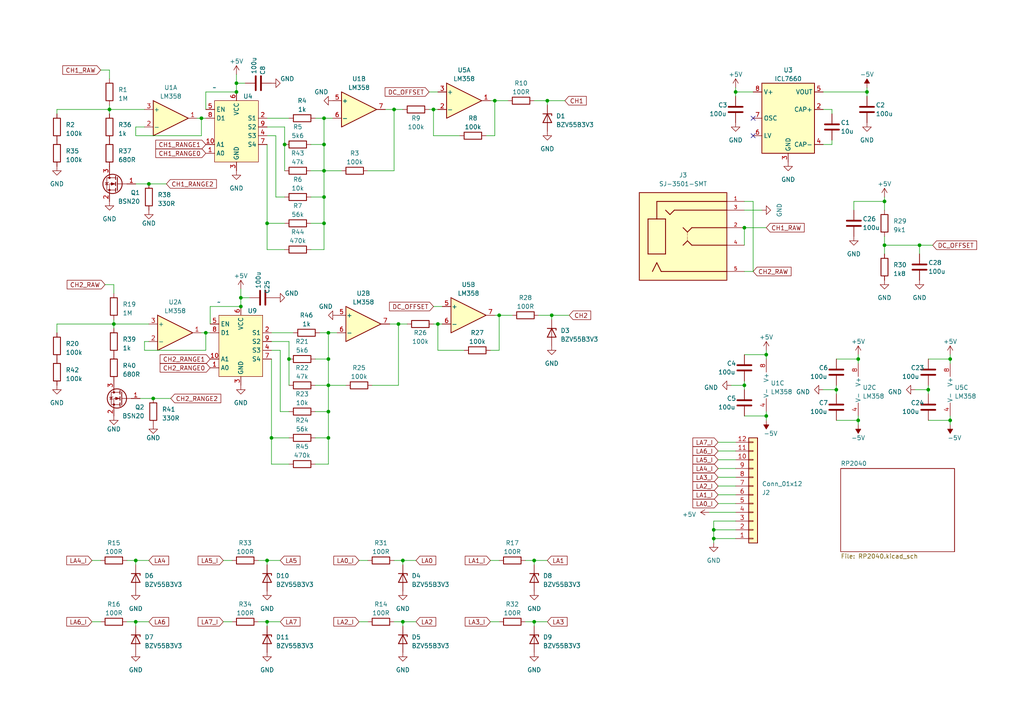
<source format=kicad_sch>
(kicad_sch (version 20230121) (generator eeschema)
  (paper "A4")
  (junction (at 39.37 162.56))
  (junction (at 93.98 41.91))
  (junction (at 93.98 64.77))
  (junction (at 77.47 180.34))
  (junction (at 93.98 49.53))
  (junction (at 242.57 113.03))
  (junction (at 58.42 34.29))
  (junction (at 114.3 31.75))
  (junction (at 116.84 162.56))
  (junction (at 78.74 127))
  (junction (at 83.82 104.14))
  (junction (at 266.7 71.12))
  (junction (at 39.37 180.34))
  (junction (at 82.55 41.91))
  (junction (at 33.02 93.98))
  (junction (at 125.73 31.75))
  (junction (at 154.94 180.34))
  (junction (at 256.54 58.42))
  (junction (at 127 93.98))
  (junction (at 95.25 104.14))
  (junction (at 115.57 93.98))
  (junction (at 69.85 88.9))
  (junction (at 275.59 121.92))
  (junction (at 256.54 71.12))
  (junction (at 44.45 115.57))
  (junction (at 207.01 156.21))
  (junction (at 144.78 91.44))
  (junction (at 59.69 96.52))
  (junction (at 95.25 119.38))
  (junction (at 158.75 29.21))
  (junction (at 116.84 180.34))
  (junction (at 251.46 26.67))
  (junction (at 68.58 24.13))
  (junction (at 43.18 53.34))
  (junction (at 77.47 162.56))
  (junction (at 95.25 111.76))
  (junction (at 207.01 153.67))
  (junction (at 275.59 104.14))
  (junction (at 215.9 66.04))
  (junction (at 143.51 29.21))
  (junction (at 248.92 121.92))
  (junction (at 213.36 26.67))
  (junction (at 95.25 127))
  (junction (at 93.98 57.15))
  (junction (at 222.25 102.87))
  (junction (at 154.94 162.56))
  (junction (at 95.25 96.52))
  (junction (at 69.85 86.36))
  (junction (at 160.02 91.44))
  (junction (at 31.75 31.75))
  (junction (at 269.24 113.03))
  (junction (at 215.9 111.76))
  (junction (at 68.58 26.67))
  (junction (at 248.92 104.14))
  (junction (at 222.25 120.65))
  (junction (at 77.47 64.77))
  (junction (at 93.98 34.29))
  (no_connect (at 218.44 34.29))
  (no_connect (at 218.44 39.37))
  (wire (pts (xy 59.69 34.29) (xy 58.42 34.29)))
  (wire (pts (xy 213.36 128.27) (xy 208.28 128.27)))
  (wire (pts (xy 64.77 162.56) (xy 67.31 162.56)))
  (wire (pts (xy 31.75 31.75) (xy 41.91 31.75)))
  (wire (pts (xy 256.54 58.42) (xy 256.54 60.96)))
  (wire (pts (xy 91.44 119.38) (xy 95.25 119.38)))
  (wire (pts (xy 95.25 134.62) (xy 95.25 127)))
  (wire (pts (xy 116.84 180.34) (xy 116.84 181.61)))
  (wire (pts (xy 251.46 26.67) (xy 251.46 27.94)))
  (wire (pts (xy 91.44 127) (xy 95.25 127)))
  (wire (pts (xy 213.36 133.35) (xy 208.28 133.35)))
  (wire (pts (xy 31.75 31.75) (xy 31.75 33.02)))
  (wire (pts (xy 100.33 111.76) (xy 95.25 111.76)))
  (wire (pts (xy 82.55 41.91) (xy 82.55 49.53)))
  (wire (pts (xy 93.98 41.91) (xy 93.98 49.53)))
  (wire (pts (xy 242.57 104.14) (xy 248.92 104.14)))
  (wire (pts (xy 16.51 93.98) (xy 33.02 93.98)))
  (wire (pts (xy 269.24 104.14) (xy 275.59 104.14)))
  (wire (pts (xy 143.51 29.21) (xy 142.24 29.21)))
  (wire (pts (xy 116.84 180.34) (xy 120.65 180.34)))
  (wire (pts (xy 215.9 66.04) (xy 222.25 66.04)))
  (wire (pts (xy 90.17 49.53) (xy 93.98 49.53)))
  (wire (pts (xy 77.47 180.34) (xy 77.47 181.61)))
  (wire (pts (xy 91.44 34.29) (xy 93.98 34.29)))
  (wire (pts (xy 213.36 146.05) (xy 208.28 146.05)))
  (wire (pts (xy 213.36 135.89) (xy 208.28 135.89)))
  (wire (pts (xy 134.62 101.6) (xy 127 101.6)))
  (wire (pts (xy 124.46 26.67) (xy 127 26.67)))
  (wire (pts (xy 71.12 24.13) (xy 68.58 24.13)))
  (wire (pts (xy 107.95 111.76) (xy 115.57 111.76)))
  (wire (pts (xy 77.47 41.91) (xy 77.47 64.77)))
  (wire (pts (xy 142.24 101.6) (xy 144.78 101.6)))
  (wire (pts (xy 39.37 39.37) (xy 58.42 39.37)))
  (wire (pts (xy 31.75 22.86) (xy 31.75 20.32)))
  (wire (pts (xy 39.37 36.83) (xy 39.37 39.37)))
  (wire (pts (xy 213.36 25.4) (xy 213.36 26.67)))
  (wire (pts (xy 242.57 121.92) (xy 248.92 121.92)))
  (wire (pts (xy 215.9 120.65) (xy 222.25 120.65)))
  (wire (pts (xy 154.94 162.56) (xy 158.75 162.56)))
  (wire (pts (xy 90.17 72.39) (xy 93.98 72.39)))
  (wire (pts (xy 256.54 71.12) (xy 266.7 71.12)))
  (wire (pts (xy 91.44 134.62) (xy 95.25 134.62)))
  (wire (pts (xy 152.4 162.56) (xy 154.94 162.56)))
  (wire (pts (xy 158.75 29.21) (xy 163.83 29.21)))
  (wire (pts (xy 158.75 29.21) (xy 158.75 30.48)))
  (wire (pts (xy 72.39 86.36) (xy 69.85 86.36)))
  (wire (pts (xy 207.01 156.21) (xy 213.36 156.21)))
  (wire (pts (xy 33.02 85.09) (xy 33.02 82.55)))
  (wire (pts (xy 44.45 115.57) (xy 49.53 115.57)))
  (wire (pts (xy 213.36 26.67) (xy 213.36 27.94)))
  (wire (pts (xy 92.71 96.52) (xy 95.25 96.52)))
  (wire (pts (xy 238.76 113.03) (xy 242.57 113.03)))
  (wire (pts (xy 80.01 57.15) (xy 82.55 57.15)))
  (wire (pts (xy 238.76 31.75) (xy 241.3 31.75)))
  (wire (pts (xy 40.64 115.57) (xy 44.45 115.57)))
  (wire (pts (xy 78.74 127) (xy 83.82 127)))
  (wire (pts (xy 74.93 180.34) (xy 77.47 180.34)))
  (wire (pts (xy 81.28 119.38) (xy 81.28 101.6)))
  (wire (pts (xy 269.24 113.03) (xy 269.24 111.76)))
  (wire (pts (xy 93.98 41.91) (xy 93.98 34.29)))
  (wire (pts (xy 213.36 130.81) (xy 208.28 130.81)))
  (wire (pts (xy 69.85 83.82) (xy 69.85 86.36)))
  (wire (pts (xy 93.98 49.53) (xy 99.06 49.53)))
  (wire (pts (xy 143.51 39.37) (xy 143.51 29.21)))
  (wire (pts (xy 69.85 86.36) (xy 69.85 88.9)))
  (wire (pts (xy 215.9 60.96) (xy 220.98 60.96)))
  (wire (pts (xy 124.46 31.75) (xy 125.73 31.75)))
  (wire (pts (xy 90.17 41.91) (xy 93.98 41.91)))
  (wire (pts (xy 125.73 93.98) (xy 127 93.98)))
  (wire (pts (xy 133.35 39.37) (xy 125.73 39.37)))
  (wire (pts (xy 154.94 162.56) (xy 154.94 163.83)))
  (wire (pts (xy 41.91 99.06) (xy 43.18 99.06)))
  (wire (pts (xy 207.01 156.21) (xy 207.01 157.48)))
  (wire (pts (xy 39.37 180.34) (xy 43.18 180.34)))
  (wire (pts (xy 78.74 101.6) (xy 81.28 101.6)))
  (wire (pts (xy 218.44 78.74) (xy 218.44 58.42)))
  (wire (pts (xy 83.82 134.62) (xy 78.74 134.62)))
  (wire (pts (xy 127 101.6) (xy 127 93.98)))
  (wire (pts (xy 60.96 93.98) (xy 60.96 88.9)))
  (wire (pts (xy 207.01 153.67) (xy 213.36 153.67)))
  (wire (pts (xy 215.9 102.87) (xy 222.25 102.87)))
  (wire (pts (xy 125.73 88.9) (xy 128.27 88.9)))
  (wire (pts (xy 68.58 24.13) (xy 68.58 26.67)))
  (wire (pts (xy 91.44 111.76) (xy 95.25 111.76)))
  (wire (pts (xy 93.98 49.53) (xy 93.98 57.15)))
  (wire (pts (xy 74.93 162.56) (xy 77.47 162.56)))
  (wire (pts (xy 77.47 36.83) (xy 82.55 36.83)))
  (wire (pts (xy 154.94 180.34) (xy 158.75 180.34)))
  (wire (pts (xy 77.47 180.34) (xy 81.28 180.34)))
  (wire (pts (xy 265.43 113.03) (xy 269.24 113.03)))
  (wire (pts (xy 114.3 31.75) (xy 116.84 31.75)))
  (wire (pts (xy 116.84 162.56) (xy 120.65 162.56)))
  (wire (pts (xy 269.24 113.03) (xy 269.24 114.3)))
  (wire (pts (xy 82.55 36.83) (xy 82.55 41.91)))
  (wire (pts (xy 77.47 34.29) (xy 83.82 34.29)))
  (wire (pts (xy 222.25 101.6) (xy 222.25 102.87)))
  (wire (pts (xy 39.37 53.34) (xy 43.18 53.34)))
  (wire (pts (xy 77.47 162.56) (xy 77.47 163.83)))
  (wire (pts (xy 95.25 104.14) (xy 95.25 111.76)))
  (wire (pts (xy 115.57 93.98) (xy 118.11 93.98)))
  (wire (pts (xy 160.02 91.44) (xy 165.1 91.44)))
  (wire (pts (xy 144.78 101.6) (xy 144.78 91.44)))
  (wire (pts (xy 218.44 58.42) (xy 215.9 58.42)))
  (wire (pts (xy 213.36 138.43) (xy 208.28 138.43)))
  (wire (pts (xy 275.59 104.14) (xy 275.59 105.41)))
  (wire (pts (xy 26.67 162.56) (xy 29.21 162.56)))
  (wire (pts (xy 93.98 64.77) (xy 93.98 57.15)))
  (wire (pts (xy 33.02 92.71) (xy 33.02 93.98)))
  (wire (pts (xy 218.44 78.74) (xy 215.9 78.74)))
  (wire (pts (xy 248.92 102.87) (xy 248.92 104.14)))
  (wire (pts (xy 238.76 26.67) (xy 251.46 26.67)))
  (wire (pts (xy 95.25 127) (xy 95.25 119.38)))
  (wire (pts (xy 90.17 64.77) (xy 93.98 64.77)))
  (wire (pts (xy 156.21 91.44) (xy 160.02 91.44)))
  (wire (pts (xy 59.69 96.52) (xy 58.42 96.52)))
  (wire (pts (xy 33.02 93.98) (xy 33.02 95.25)))
  (wire (pts (xy 256.54 68.58) (xy 256.54 71.12)))
  (wire (pts (xy 142.24 180.34) (xy 144.78 180.34)))
  (wire (pts (xy 222.25 102.87) (xy 222.25 104.14)))
  (wire (pts (xy 83.82 99.06) (xy 83.82 104.14)))
  (wire (pts (xy 275.59 121.92) (xy 275.59 123.19)))
  (wire (pts (xy 207.01 151.13) (xy 207.01 153.67)))
  (wire (pts (xy 80.01 39.37) (xy 80.01 57.15)))
  (wire (pts (xy 78.74 127) (xy 78.74 134.62)))
  (wire (pts (xy 95.25 104.14) (xy 95.25 96.52)))
  (wire (pts (xy 213.36 26.67) (xy 218.44 26.67)))
  (wire (pts (xy 39.37 162.56) (xy 43.18 162.56)))
  (wire (pts (xy 115.57 111.76) (xy 115.57 93.98)))
  (wire (pts (xy 77.47 64.77) (xy 82.55 64.77)))
  (wire (pts (xy 160.02 91.44) (xy 160.02 92.71)))
  (wire (pts (xy 144.78 91.44) (xy 143.51 91.44)))
  (wire (pts (xy 222.25 121.92) (xy 222.25 120.65)))
  (wire (pts (xy 95.25 119.38) (xy 95.25 111.76)))
  (wire (pts (xy 248.92 121.92) (xy 248.92 120.65)))
  (wire (pts (xy 90.17 57.15) (xy 93.98 57.15)))
  (wire (pts (xy 16.51 31.75) (xy 16.51 33.02)))
  (wire (pts (xy 80.01 39.37) (xy 77.47 39.37)))
  (wire (pts (xy 83.82 104.14) (xy 83.82 111.76)))
  (wire (pts (xy 242.57 113.03) (xy 242.57 114.3)))
  (wire (pts (xy 269.24 121.92) (xy 275.59 121.92)))
  (wire (pts (xy 215.9 111.76) (xy 215.9 110.49)))
  (wire (pts (xy 207.01 153.67) (xy 207.01 156.21)))
  (wire (pts (xy 207.01 151.13) (xy 213.36 151.13)))
  (wire (pts (xy 116.84 162.56) (xy 116.84 163.83)))
  (wire (pts (xy 222.25 120.65) (xy 222.25 119.38)))
  (wire (pts (xy 26.67 180.34) (xy 29.21 180.34)))
  (wire (pts (xy 212.09 111.76) (xy 215.9 111.76)))
  (wire (pts (xy 140.97 39.37) (xy 143.51 39.37)))
  (wire (pts (xy 241.3 40.64) (xy 241.3 41.91)))
  (wire (pts (xy 78.74 96.52) (xy 85.09 96.52)))
  (wire (pts (xy 256.54 57.15) (xy 256.54 58.42)))
  (wire (pts (xy 33.02 93.98) (xy 43.18 93.98)))
  (wire (pts (xy 36.83 180.34) (xy 39.37 180.34)))
  (wire (pts (xy 91.44 104.14) (xy 95.25 104.14)))
  (wire (pts (xy 31.75 20.32) (xy 29.21 20.32)))
  (wire (pts (xy 39.37 180.34) (xy 39.37 181.61)))
  (wire (pts (xy 59.69 31.75) (xy 59.69 26.67)))
  (wire (pts (xy 144.78 91.44) (xy 148.59 91.44)))
  (wire (pts (xy 143.51 29.21) (xy 147.32 29.21)))
  (wire (pts (xy 59.69 26.67) (xy 68.58 26.67)))
  (wire (pts (xy 58.42 34.29) (xy 57.15 34.29)))
  (wire (pts (xy 77.47 162.56) (xy 81.28 162.56)))
  (wire (pts (xy 60.96 88.9) (xy 69.85 88.9)))
  (wire (pts (xy 58.42 39.37) (xy 58.42 34.29)))
  (wire (pts (xy 154.94 180.34) (xy 154.94 181.61)))
  (wire (pts (xy 16.51 31.75) (xy 31.75 31.75)))
  (wire (pts (xy 205.74 148.59) (xy 213.36 148.59)))
  (wire (pts (xy 247.65 58.42) (xy 256.54 58.42)))
  (wire (pts (xy 16.51 93.98) (xy 16.51 96.52)))
  (wire (pts (xy 106.68 49.53) (xy 114.3 49.53)))
  (wire (pts (xy 93.98 72.39) (xy 93.98 64.77)))
  (wire (pts (xy 78.74 104.14) (xy 78.74 127)))
  (wire (pts (xy 39.37 162.56) (xy 39.37 163.83)))
  (wire (pts (xy 81.28 119.38) (xy 83.82 119.38)))
  (wire (pts (xy 33.02 82.55) (xy 30.48 82.55)))
  (wire (pts (xy 77.47 72.39) (xy 77.47 64.77)))
  (wire (pts (xy 104.14 162.56) (xy 106.68 162.56)))
  (wire (pts (xy 215.9 66.04) (xy 215.9 71.12)))
  (wire (pts (xy 275.59 102.87) (xy 275.59 104.14)))
  (wire (pts (xy 93.98 34.29) (xy 96.52 34.29)))
  (wire (pts (xy 242.57 113.03) (xy 242.57 111.76)))
  (wire (pts (xy 125.73 31.75) (xy 127 31.75)))
  (wire (pts (xy 78.74 99.06) (xy 83.82 99.06)))
  (wire (pts (xy 31.75 30.48) (xy 31.75 31.75)))
  (wire (pts (xy 68.58 21.59) (xy 68.58 24.13)))
  (wire (pts (xy 215.9 111.76) (xy 215.9 113.03)))
  (wire (pts (xy 95.25 96.52) (xy 97.79 96.52)))
  (wire (pts (xy 275.59 120.65) (xy 275.59 121.92)))
  (wire (pts (xy 127 93.98) (xy 128.27 93.98)))
  (wire (pts (xy 125.73 39.37) (xy 125.73 31.75)))
  (wire (pts (xy 114.3 49.53) (xy 114.3 31.75)))
  (wire (pts (xy 241.3 31.75) (xy 241.3 33.02)))
  (wire (pts (xy 115.57 93.98) (xy 113.03 93.98)))
  (wire (pts (xy 59.69 101.6) (xy 59.69 96.52)))
  (wire (pts (xy 266.7 71.12) (xy 266.7 73.66)))
  (wire (pts (xy 82.55 72.39) (xy 77.47 72.39)))
  (wire (pts (xy 213.36 140.97) (xy 208.28 140.97)))
  (wire (pts (xy 248.92 104.14) (xy 248.92 105.41)))
  (wire (pts (xy 213.36 143.51) (xy 208.28 143.51)))
  (wire (pts (xy 36.83 162.56) (xy 39.37 162.56)))
  (wire (pts (xy 152.4 180.34) (xy 154.94 180.34)))
  (wire (pts (xy 114.3 162.56) (xy 116.84 162.56)))
  (wire (pts (xy 154.94 29.21) (xy 158.75 29.21)))
  (wire (pts (xy 43.18 53.34) (xy 48.26 53.34)))
  (wire (pts (xy 41.91 99.06) (xy 41.91 101.6)))
  (wire (pts (xy 114.3 31.75) (xy 111.76 31.75)))
  (wire (pts (xy 114.3 180.34) (xy 116.84 180.34)))
  (wire (pts (xy 241.3 41.91) (xy 238.76 41.91)))
  (wire (pts (xy 64.77 180.34) (xy 67.31 180.34)))
  (wire (pts (xy 104.14 180.34) (xy 106.68 180.34)))
  (wire (pts (xy 248.92 123.19) (xy 248.92 121.92)))
  (wire (pts (xy 41.91 101.6) (xy 59.69 101.6)))
  (wire (pts (xy 41.91 36.83) (xy 39.37 36.83)))
  (wire (pts (xy 266.7 71.12) (xy 270.51 71.12)))
  (wire (pts (xy 256.54 71.12) (xy 256.54 73.66)))
  (wire (pts (xy 60.96 96.52) (xy 59.69 96.52)))
  (wire (pts (xy 247.65 60.96) (xy 247.65 58.42)))
  (wire (pts (xy 251.46 26.67) (xy 251.46 25.4)))
  (wire (pts (xy 142.24 162.56) (xy 144.78 162.56)))
  (global_label "CH2_RANGE0" (shape input) (at 60.96 106.68 180) (property "Intersheetrefs" "${INTERSHEET_REFS}" (effects hide)))
  (global_label "LA0_I" (shape input) (at 208.28 146.05 180) (property "Intersheetrefs" "${INTERSHEET_REFS}" (effects hide)))
  (global_label "CH2" (shape input) (at 165.1 91.44 0) (property "Intersheetrefs" "${INTERSHEET_REFS}" (effects hide)))
  (global_label "LA3_I" (shape input) (at 208.28 138.43 180) (property "Intersheetrefs" "${INTERSHEET_REFS}" (effects hide)))
  (global_label "LA7_I" (shape input) (at 64.77 180.34 180) (property "Intersheetrefs" "${INTERSHEET_REFS}" (effects hide)))
  (global_label "CH2_RANGE2" (shape input) (at 49.53 115.57 0) (property "Intersheetrefs" "${INTERSHEET_REFS}" (effects hide)))
  (global_label "LA2_I" (shape input) (at 104.14 180.34 180) (property "Intersheetrefs" "${INTERSHEET_REFS}" (effects hide)))
  (global_label "LA4" (shape input) (at 43.18 162.56 0) (property "Intersheetrefs" "${INTERSHEET_REFS}" (effects hide)))
  (global_label "LA1" (shape input) (at 158.75 162.56 0) (property "Intersheetrefs" "${INTERSHEET_REFS}" (effects hide)))
  (global_label "CH1_RAW" (shape input) (at 29.21 20.32 180) (property "Intersheetrefs" "${INTERSHEET_REFS}" (effects hide)))
  (global_label "LA6" (shape input) (at 43.18 180.34 0) (property "Intersheetrefs" "${INTERSHEET_REFS}" (effects hide)))
  (global_label "LA4_I" (shape input) (at 26.67 162.56 180) (property "Intersheetrefs" "${INTERSHEET_REFS}" (effects hide)))
  (global_label "LA5" (shape input) (at 81.28 162.56 0) (property "Intersheetrefs" "${INTERSHEET_REFS}" (effects hide)))
  (global_label "DC_OFFSET" (shape input) (at 124.46 26.67 180) (property "Intersheetrefs" "${INTERSHEET_REFS}" (effects hide)))
  (global_label "CH2_RAW" (shape input) (at 218.44 78.74 0) (property "Intersheetrefs" "${INTERSHEET_REFS}" (effects hide)))
  (global_label "CH2_RAW" (shape input) (at 30.48 82.55 180) (property "Intersheetrefs" "${INTERSHEET_REFS}" (effects hide)))
  (global_label "LA5_I" (shape input) (at 208.28 133.35 180) (property "Intersheetrefs" "${INTERSHEET_REFS}" (effects hide)))
  (global_label "LA6_I" (shape input) (at 208.28 130.81 180) (property "Intersheetrefs" "${INTERSHEET_REFS}" (effects hide)))
  (global_label "LA5_I" (shape input) (at 64.77 162.56 180) (property "Intersheetrefs" "${INTERSHEET_REFS}" (effects hide)))
  (global_label "CH1_RANGE0" (shape input) (at 59.69 44.45 180) (property "Intersheetrefs" "${INTERSHEET_REFS}" (effects hide)))
  (global_label "LA0_I" (shape input) (at 104.14 162.56 180) (property "Intersheetrefs" "${INTERSHEET_REFS}" (effects hide)))
  (global_label "CH2_RANGE1" (shape input) (at 60.96 104.14 180) (property "Intersheetrefs" "${INTERSHEET_REFS}" (effects hide)))
  (global_label "LA3_I" (shape input) (at 142.24 180.34 180) (property "Intersheetrefs" "${INTERSHEET_REFS}" (effects hide)))
  (global_label "DC_OFFSET" (shape input) (at 270.51 71.12 0) (property "Intersheetrefs" "${INTERSHEET_REFS}" (effects hide)))
  (global_label "DC_OFFSET" (shape input) (at 125.73 88.9 180) (property "Intersheetrefs" "${INTERSHEET_REFS}" (effects hide)))
  (global_label "LA2" (shape input) (at 120.65 180.34 0) (property "Intersheetrefs" "${INTERSHEET_REFS}" (effects hide)))
  (global_label "CH1_RANGE2" (shape input) (at 48.26 53.34 0) (property "Intersheetrefs" "${INTERSHEET_REFS}" (effects hide)))
  (global_label "CH1_RAW" (shape input) (at 222.25 66.04 0) (property "Intersheetrefs" "${INTERSHEET_REFS}" (effects hide)))
  (global_label "LA0" (shape input) (at 120.65 162.56 0) (property "Intersheetrefs" "${INTERSHEET_REFS}" (effects hide)))
  (global_label "LA6_I" (shape input) (at 26.67 180.34 180) (property "Intersheetrefs" "${INTERSHEET_REFS}" (effects hide)))
  (global_label "LA1_I" (shape input) (at 142.24 162.56 180) (property "Intersheetrefs" "${INTERSHEET_REFS}" (effects hide)))
  (global_label "CH1" (shape input) (at 163.83 29.21 0) (property "Intersheetrefs" "${INTERSHEET_REFS}" (effects hide)))
  (global_label "LA7" (shape input) (at 81.28 180.34 0) (property "Intersheetrefs" "${INTERSHEET_REFS}" (effects hide)))
  (global_label "CH1_RANGE1" (shape input) (at 59.69 41.91 180) (property "Intersheetrefs" "${INTERSHEET_REFS}" (effects hide)))
  (global_label "LA4_I" (shape input) (at 208.28 135.89 180) (property "Intersheetrefs" "${INTERSHEET_REFS}" (effects hide)))
  (global_label "LA1_I" (shape input) (at 208.28 143.51 180) (property "Intersheetrefs" "${INTERSHEET_REFS}" (effects hide)))
  (global_label "LA3" (shape input) (at 158.75 180.34 0) (property "Intersheetrefs" "${INTERSHEET_REFS}" (effects hide)))
  (global_label "LA2_I" (shape input) (at 208.28 140.97 180) (property "Intersheetrefs" "${INTERSHEET_REFS}" (effects hide)))
  (global_label "LA7_I" (shape input) (at 208.28 128.27 180) (property "Intersheetrefs" "${INTERSHEET_REFS}" (effects hide)))
  (symbol (lib_id "power:+5V") (at 222.25 101.6 0) (unit 1)
    (property "Reference" "#PWR03" (effects hide))
    (property "Value" "+5V" (at 222.25 97.79 0))
  )
  (symbol (lib_id "power:GND") (at 80.01 86.36 90) (unit 1)
    (property "Reference" "#PWR024" (effects hide))
    (property "Value" "GND" (at 82.55 85.09 90) (effects (justify right)))
  )
  (symbol (lib_id "Device:R") (at 110.49 180.34 90) (unit 1)
    (property "Reference" "R14" (at 110.49 175.26 90))
    (property "Value" "100R" (at 110.49 177.8 90))
    (property "Footprint" "Resistor_SMD:R_0805_2012Metric_Pad1.20x1.40mm_HandSolder" (effects hide))
  )
  (symbol (lib_id "power:GND") (at 31.75 58.42 0) (unit 1)
    (property "Reference" "#PWR046" (effects hide))
    (property "Value" "GND" (at 31.75 63.5 0))
  )
  (symbol (lib_id "power:GND") (at 256.54 81.28 0) (unit 1)
    (property "Reference" "#PWR028" (effects hide))
    (property "Value" "GND" (at 256.54 86.36 0))
  )
  (symbol (lib_id "Amplifier_Operational:LM358") (at 50.8 96.52 0) (unit 1)
    (property "Reference" "U2" (at 50.8 87.63 0))
    (property "Value" "LM358" (at 50.8 90.17 0))
    (property "Footprint" "Package_SO:SOIC-8_3.9x4.9mm_P1.27mm" (effects hide))
    (property "Datasheet" "http://www.ti.com/lit/ds/symlink/lm2904-n.pdf" (effects hide))
  )
  (symbol (lib_id "power:GND") (at 69.85 111.76 0) (unit 1)
    (property "Reference" "#PWR023" (effects hide))
    (property "Value" "GND" (at 69.85 116.84 0))
  )
  (symbol (lib_id "Device:R") (at 86.36 49.53 90) (unit 1)
    (property "Reference" "R43" (at 86.36 44.45 90))
    (property "Value" "47k" (at 86.36 46.99 90))
    (property "Footprint" "Resistor_SMD:R_0805_2012Metric_Pad1.20x1.40mm_HandSolder" (effects hide))
  )
  (symbol (lib_id "Amplifier_Operational:LM358") (at 105.41 93.98 0) (unit 2)
    (property "Reference" "U2" (at 105.41 85.09 0))
    (property "Value" "LM358" (at 105.41 87.63 0))
    (property "Footprint" "Package_SO:SOIC-8_3.9x4.9mm_P1.27mm" (effects hide))
    (property "Datasheet" "http://www.ti.com/lit/ds/symlink/lm2904-n.pdf" (effects hide))
  )
  (symbol (lib_id "Device:C") (at 269.24 118.11 0) (unit 1)
    (property "Reference" "C24" (at 264.16 116.84 0) (effects (justify left)))
    (property "Value" "100u" (at 261.62 119.38 0) (effects (justify left)))
    (property "Footprint" "Capacitor_SMD:C_0805_2012Metric_Pad1.18x1.45mm_HandSolder" (effects hide))
  )
  (symbol (lib_id "Device:C") (at 76.2 86.36 270) (unit 1)
    (property "Reference" "C25" (at 77.47 81.28 0) (effects (justify left)))
    (property "Value" "100u" (at 74.93 78.74 0) (effects (justify left)))
    (property "Footprint" "Capacitor_SMD:C_0805_2012Metric_Pad1.18x1.45mm_HandSolder" (effects hide))
  )
  (symbol (lib_id "power:GND") (at 44.45 123.19 0) (unit 1)
    (property "Reference" "#PWR049" (effects hide))
    (property "Value" "GND" (at 44.45 127 0))
  )
  (symbol (lib_id "Device:R") (at 256.54 77.47 180) (unit 1)
    (property "Reference" "R30" (at 259.08 76.835 0) (effects (justify right)))
    (property "Value" "1k8" (at 259.08 79.375 0) (effects (justify right)))
    (property "Footprint" "Resistor_SMD:R_0805_2012Metric_Pad1.20x1.40mm_HandSolder" (effects hide))
  )
  (symbol (lib_id "Device:R") (at 16.51 107.95 0) (unit 1)
    (property "Reference" "R42" (at 19.05 107.315 0) (effects (justify left)))
    (property "Value" "100k" (at 19.05 109.855 0) (effects (justify left)))
    (property "Footprint" "Resistor_SMD:R_0805_2012Metric_Pad1.20x1.40mm_HandSolder" (effects hide))
  )
  (symbol (lib_id "Device:C") (at 241.3 36.83 0) (unit 1)
    (property "Reference" "C1" (at 243.84 35.56 0) (effects (justify left)))
    (property "Value" "10u" (at 243.84 38.1 0) (effects (justify left)))
    (property "Footprint" "Capacitor_SMD:C_0805_2012Metric_Pad1.18x1.45mm_HandSolder" (effects hide))
  )
  (symbol (lib_id "power:GND") (at 207.01 157.48 0) (unit 1)
    (property "Reference" "#PWR044" (effects hide))
    (property "Value" "GND" (at 207.01 162.56 0))
  )
  (symbol (lib_id "power:GND") (at 265.43 113.03 270) (unit 1)
    (property "Reference" "#PWR018" (effects hide))
    (property "Value" "GND" (at 261.62 113.665 90) (effects (justify right)))
  )
  (symbol (lib_id "Amplifier_Operational:LM358") (at 104.14 31.75 0) (unit 2)
    (property "Reference" "U1" (at 104.14 22.86 0))
    (property "Value" "LM358" (at 104.14 25.4 0))
    (property "Footprint" "Package_SO:SOIC-8_3.9x4.9mm_P1.27mm" (effects hide))
    (property "Datasheet" "http://www.ti.com/lit/ds/symlink/lm2904-n.pdf" (effects hide))
  )
  (symbol (lib_id "Device:R") (at 16.51 100.33 0) (unit 1)
    (property "Reference" "R20" (at 19.05 99.695 0) (effects (justify left)))
    (property "Value" "100k" (at 19.05 102.235 0) (effects (justify left)))
    (property "Footprint" "Resistor_SMD:R_0805_2012Metric_Pad1.20x1.40mm_HandSolder" (effects hide))
  )
  (symbol (lib_id "power:GND") (at 251.46 35.56 0) (unit 1)
    (property "Reference" "#PWR09" (effects hide))
    (property "Value" "GND" (at 251.46 40.64 0))
  )
  (symbol (lib_id "Device:R") (at 121.92 93.98 90) (unit 1)
    (property "Reference" "R26" (at 121.92 96.52 90))
    (property "Value" "100k" (at 121.92 99.06 90))
    (property "Footprint" "Resistor_SMD:R_0805_2012Metric_Pad1.20x1.40mm_HandSolder" (effects hide))
  )
  (symbol (lib_id "power:GND") (at 39.37 189.23 0) (unit 1)
    (property "Reference" "#PWR039" (effects hide))
    (property "Value" "GND" (at 39.37 194.31 0))
  )
  (symbol (lib_id "Device:R") (at 86.36 64.77 90) (unit 1)
    (property "Reference" "R7" (at 86.36 59.69 90))
    (property "Value" "56k" (at 86.36 62.23 90))
    (property "Footprint" "Resistor_SMD:R_0805_2012Metric_Pad1.20x1.40mm_HandSolder" (effects hide))
  )
  (symbol (lib_id "power:GND") (at 43.18 60.96 0) (unit 1)
    (property "Reference" "#PWR047" (effects hide))
    (property "Value" "GND" (at 43.18 64.77 0))
  )
  (symbol (lib_id "Device:R") (at 87.63 127 90) (unit 1)
    (property "Reference" "R24" (at 87.63 121.92 90))
    (property "Value" "56k" (at 87.63 124.46 90))
    (property "Footprint" "Resistor_SMD:R_0805_2012Metric_Pad1.20x1.40mm_HandSolder" (effects hide))
  )
  (symbol (lib_id "power:GND") (at 212.09 111.76 270) (unit 1)
    (property "Reference" "#PWR011" (effects hide))
    (property "Value" "GND" (at 208.28 112.395 90) (effects (justify right)))
  )
  (symbol (lib_id "Transistor_FET:BSN20") (at 34.29 53.34 0) (mirror y) (unit 1)
    (property "Reference" "Q1" (at 40.64 55.88 0) (effects (justify left)))
    (property "Value" "BSN20" (at 40.64 58.42 0) (effects (justify left)))
    (property "Footprint" "Package_TO_SOT_SMD:SOT-23" (effects hide))
    (property "Datasheet" "http://www.diodes.com/assets/Datasheets/ds31898.pdf" (effects hide))
  )
  (symbol (lib_id "power:GND") (at 77.47 171.45 0) (unit 1)
    (property "Reference" "#PWR042" (effects hide))
    (property "Value" "GND" (at 77.47 176.53 0))
  )
  (symbol (lib_id "Device:R") (at 33.02 180.34 90) (unit 1)
    (property "Reference" "R16" (at 33.02 175.26 90))
    (property "Value" "100R" (at 33.02 177.8 90))
    (property "Footprint" "Resistor_SMD:R_0805_2012Metric_Pad1.20x1.40mm_HandSolder" (effects hide))
  )
  (symbol (lib_id "Device:C") (at 74.93 24.13 270) (unit 1)
    (property "Reference" "C8" (at 76.2 19.05 0) (effects (justify left)))
    (property "Value" "100u" (at 73.66 16.51 0) (effects (justify left)))
    (property "Footprint" "Capacitor_SMD:C_0805_2012Metric_Pad1.18x1.45mm_HandSolder" (effects hide))
  )
  (symbol (lib_id "Diode:BZV55B3V3") (at 116.84 185.42 270) (unit 1)
    (property "Reference" "D5" (at 119.38 184.785 90) (effects (justify left)))
    (property "Value" "BZV55B3V3" (at 119.38 187.325 90) (effects (justify left)))
    (property "Footprint" "Diode_SMD:D_MiniMELF" (effects hide))
    (property "Datasheet" "https://assets.nexperia.com/documents/data-sheet/BZV55_SER.pdf" (effects hide))
  )
  (symbol (lib_id "Device:R") (at 31.75 44.45 0) (unit 1)
    (property "Reference" "R37" (at 34.29 43.815 0) (effects (justify left)))
    (property "Value" "680R" (at 34.29 46.355 0) (effects (justify left)))
    (property "Footprint" "Resistor_SMD:R_0805_2012Metric_Pad1.20x1.40mm_HandSolder" (effects hide))
  )
  (symbol (lib_id "power:GND") (at 16.51 48.26 0) (unit 1)
    (property "Reference" "#PWR05" (effects hide))
    (property "Value" "GND" (at 16.51 53.34 0))
  )
  (symbol (lib_id "power:GND") (at 39.37 171.45 0) (unit 1)
    (property "Reference" "#PWR038" (effects hide))
    (property "Value" "GND" (at 39.37 176.53 0))
  )
  (symbol (lib_id "power:+5V") (at 205.74 148.59 90) (unit 1)
    (property "Reference" "#PWR045" (effects hide))
    (property "Value" "+5V" (at 201.93 149.225 90) (effects (justify left)))
  )
  (symbol (lib_id "power:GND") (at 96.52 29.21 270) (unit 1)
    (property "Reference" "#PWR016" (effects hide))
    (property "Value" "GND" (at 95.25 26.67 90) (effects (justify right)))
  )
  (symbol (lib_id "Device:R") (at 104.14 111.76 90) (unit 1)
    (property "Reference" "R25" (at 104.14 106.68 90))
    (property "Value" "100k" (at 104.14 109.22 90))
    (property "Footprint" "Resistor_SMD:R_0805_2012Metric_Pad1.20x1.40mm_HandSolder" (effects hide))
  )
  (symbol (lib_id "power:GND") (at 228.6 46.99 0) (unit 1)
    (property "Reference" "#PWR06" (effects hide))
    (property "Value" "GND" (at 228.6 52.07 0))
  )
  (symbol (lib_id "Device:R") (at 87.63 111.76 90) (unit 1)
    (property "Reference" "R22" (at 87.63 106.68 90))
    (property "Value" "47k" (at 87.63 109.22 90))
    (property "Footprint" "Resistor_SMD:R_0805_2012Metric_Pad1.20x1.40mm_HandSolder" (effects hide))
  )
  (symbol (lib_id "Device:R") (at 16.51 44.45 0) (unit 1)
    (property "Reference" "R35" (at 19.05 43.815 0) (effects (justify left)))
    (property "Value" "100k" (at 19.05 46.355 0) (effects (justify left)))
    (property "Footprint" "Resistor_SMD:R_0805_2012Metric_Pad1.20x1.40mm_HandSolder" (effects hide))
  )
  (symbol (lib_id "power:-5V") (at 275.59 123.19 180) (unit 1)
    (property "Reference" "#PWR019" (effects hide))
    (property "Value" "-5V" (at 276.86 127 0))
  )
  (symbol (lib_id "Amplifier_Operational:LM358") (at 134.62 29.21 0) (unit 1)
    (property "Reference" "U5" (at 134.62 20.32 0))
    (property "Value" "LM358" (at 134.62 22.86 0))
    (property "Footprint" "Package_SO:SOIC-8_3.9x4.9mm_P1.27mm" (effects hide))
    (property "Datasheet" "http://www.ti.com/lit/ds/symlink/lm2904-n.pdf" (effects hide))
  )
  (symbol (lib_id "power:GND") (at 160.02 100.33 0) (unit 1)
    (property "Reference" "#PWR026" (effects hide))
    (property "Value" "GND" (at 160.02 105.41 0))
  )
  (symbol (lib_id "Device:R") (at 138.43 101.6 90) (unit 1)
    (property "Reference" "R27" (at 138.43 96.52 90))
    (property "Value" "100k" (at 138.43 99.06 90))
    (property "Footprint" "Resistor_SMD:R_0805_2012Metric_Pad1.20x1.40mm_HandSolder" (effects hide))
  )
  (symbol (lib_id "power:GND") (at 16.51 111.76 0) (unit 1)
    (property "Reference" "#PWR050" (effects hide))
    (property "Value" "GND" (at 16.51 116.84 0))
  )
  (symbol (lib_id "Device:R") (at 120.65 31.75 90) (unit 1)
    (property "Reference" "R9" (at 120.65 34.29 90))
    (property "Value" "100k" (at 120.65 36.83 90))
    (property "Footprint" "Resistor_SMD:R_0805_2012Metric_Pad1.20x1.40mm_HandSolder" (effects hide))
  )
  (symbol (lib_id "power:GND") (at 77.47 189.23 0) (unit 1)
    (property "Reference" "#PWR043" (effects hide))
    (property "Value" "GND" (at 77.47 194.31 0))
  )
  (symbol (lib_id "Amplifier_Operational:LM358") (at 224.79 111.76 0) (unit 3)
    (property "Reference" "U1" (at 223.52 111.125 0) (effects (justify left)))
    (property "Value" "LM358" (at 223.52 113.665 0) (effects (justify left)))
    (property "Footprint" "Package_SO:SOIC-8_3.9x4.9mm_P1.27mm" (effects hide))
    (property "Datasheet" "http://www.ti.com/lit/ds/symlink/lm2904-n.pdf" (effects hide))
  )
  (symbol (lib_id "Device:R") (at 44.45 119.38 0) (unit 1)
    (property "Reference" "R41" (at 46.99 118.745 0) (effects (justify left)))
    (property "Value" "330R" (at 46.99 121.285 0) (effects (justify left)))
    (property "Footprint" "Resistor_SMD:R_0805_2012Metric_Pad1.20x1.40mm_HandSolder" (effects hide))
  )
  (symbol (lib_id "Amplifier_Operational:LM358") (at 278.13 113.03 0) (unit 3)
    (property "Reference" "U5" (at 276.86 112.395 0) (effects (justify left)))
    (property "Value" "LM358" (at 276.86 114.935 0) (effects (justify left)))
    (property "Footprint" "Package_SO:SOIC-8_3.9x4.9mm_P1.27mm" (effects hide))
    (property "Datasheet" "http://www.ti.com/lit/ds/symlink/lm2904-n.pdf" (effects hide))
  )
  (symbol (lib_id "power:GND") (at 213.36 35.56 0) (unit 1)
    (property "Reference" "#PWR010" (effects hide))
    (property "Value" "GND" (at 213.36 40.64 0))
  )
  (symbol (lib_id "power:+5V") (at 248.92 102.87 0) (unit 1)
    (property "Reference" "#PWR012" (effects hide))
    (property "Value" "+5V" (at 248.92 99.06 0))
  )
  (symbol (lib_id "power:-5V") (at 251.46 25.4 0) (unit 1)
    (property "Reference" "#PWR08" (effects hide))
    (property "Value" "-5V" (at 251.46 21.59 0))
  )
  (symbol (lib_id "Diode:BZV55B3V3") (at 39.37 185.42 270) (unit 1)
    (property "Reference" "D7" (at 41.91 184.785 90) (effects (justify left)))
    (property "Value" "BZV55B3V3" (at 41.91 187.325 90) (effects (justify left)))
    (property "Footprint" "Diode_SMD:D_MiniMELF" (effects hide))
    (property "Datasheet" "https://assets.nexperia.com/documents/data-sheet/BZV55_SER.pdf" (effects hide))
  )
  (symbol (lib_id "Device:R") (at 86.36 41.91 90) (unit 1)
    (property "Reference" "R5" (at 86.36 36.83 90))
    (property "Value" "5k6" (at 86.36 39.37 90))
    (property "Footprint" "Resistor_SMD:R_0805_2012Metric_Pad1.20x1.40mm_HandSolder" (effects hide))
  )
  (symbol (lib_id "Device:R") (at 148.59 162.56 90) (unit 1)
    (property "Reference" "R17" (at 148.59 157.48 90))
    (property "Value" "100R" (at 148.59 160.02 90))
    (property "Footprint" "Resistor_SMD:R_0805_2012Metric_Pad1.20x1.40mm_HandSolder" (effects hide))
  )
  (symbol (lib_id "Device:C") (at 242.57 118.11 0) (unit 1)
    (property "Reference" "C7" (at 237.49 116.84 0) (effects (justify left)))
    (property "Value" "100u" (at 234.95 119.38 0) (effects (justify left)))
    (property "Footprint" "Capacitor_SMD:C_0805_2012Metric_Pad1.18x1.45mm_HandSolder" (effects hide))
  )
  (symbol (lib_id "Device:C") (at 251.46 31.75 0) (unit 1)
    (property "Reference" "C2" (at 254 30.48 0) (effects (justify left)))
    (property "Value" "100u" (at 254 33.02 0) (effects (justify left)))
    (property "Footprint" "Capacitor_SMD:C_0805_2012Metric_Pad1.18x1.45mm_HandSolder" (effects hide))
  )
  (symbol (lib_id "Analog_Multiplexor:TMUX1104DGSR") (at 62.23 29.21 0) (unit 1)
    (property "Reference" "U4" (at 70.5359 27.94 0) (effects (justify left)))
    (property "Value" "~" (at 62.23 25.4 0))
    (property "Footprint" "Package_SO:VSSOP-10_3x3mm_P0.5mm" (effects hide))
  )
  (symbol (lib_id "Diode:BZV55B3V3") (at 116.84 167.64 270) (unit 1)
    (property "Reference" "D4" (at 119.38 167.005 90) (effects (justify left)))
    (property "Value" "BZV55B3V3" (at 119.38 169.545 90) (effects (justify left)))
    (property "Footprint" "Diode_SMD:D_MiniMELF" (effects hide))
    (property "Datasheet" "https://assets.nexperia.com/documents/data-sheet/BZV55_SER.pdf" (effects hide))
  )
  (symbol (lib_id "Device:R") (at 87.63 119.38 90) (unit 1)
    (property "Reference" "R23" (at 87.63 114.3 90))
    (property "Value" "10k" (at 87.63 116.84 90))
    (property "Footprint" "Resistor_SMD:R_0805_2012Metric_Pad1.20x1.40mm_HandSolder" (effects hide))
  )
  (symbol (lib_id "Device:C") (at 213.36 31.75 0) (unit 1)
    (property "Reference" "C3" (at 208.28 30.48 0) (effects (justify left)))
    (property "Value" "100u" (at 205.74 33.02 0) (effects (justify left)))
    (property "Footprint" "Capacitor_SMD:C_0805_2012Metric_Pad1.18x1.45mm_HandSolder" (effects hide))
  )
  (symbol (lib_id "power:GND") (at 266.7 81.28 0) (unit 1)
    (property "Reference" "#PWR029" (effects hide))
    (property "Value" "GND" (at 266.7 86.36 0))
  )
  (symbol (lib_id "power:GND") (at 220.98 60.96 90) (unit 1)
    (property "Reference" "#PWR021" (effects hide))
    (property "Value" "GND" (at 226.06 60.96 0))
  )
  (symbol (lib_id "power:+5V") (at 69.85 83.82 0) (unit 1)
    (property "Reference" "#PWR022" (effects hide))
    (property "Value" "+5V" (at 69.85 80.01 0))
  )
  (symbol (lib_id "Device:R") (at 33.02 88.9 0) (unit 1)
    (property "Reference" "R19" (at 35.56 88.265 0) (effects (justify left)))
    (property "Value" "1M" (at 35.56 90.805 0) (effects (justify left)))
    (property "Footprint" "Resistor_SMD:R_0805_2012Metric_Pad1.20x1.40mm_HandSolder" (effects hide))
  )
  (symbol (lib_id "Amplifier_Operational:LM358") (at 251.46 113.03 0) (unit 3)
    (property "Reference" "U2" (at 250.19 112.395 0) (effects (justify left)))
    (property "Value" "LM358" (at 250.19 114.935 0) (effects (justify left)))
    (property "Footprint" "Package_SO:SOIC-8_3.9x4.9mm_P1.27mm" (effects hide))
    (property "Datasheet" "http://www.ti.com/lit/ds/symlink/lm2904-n.pdf" (effects hide))
  )
  (symbol (lib_id "Device:R") (at 33.02 106.68 0) (unit 1)
    (property "Reference" "R40" (at 35.56 106.045 0) (effects (justify left)))
    (property "Value" "680R" (at 35.56 108.585 0) (effects (justify left)))
    (property "Footprint" "Resistor_SMD:R_0805_2012Metric_Pad1.20x1.40mm_HandSolder" (effects hide))
  )
  (symbol (lib_id "Diode:BZV55B3V3") (at 154.94 167.64 270) (unit 1)
    (property "Reference" "D8" (at 157.48 167.005 90) (effects (justify left)))
    (property "Value" "BZV55B3V3" (at 157.48 169.545 90) (effects (justify left)))
    (property "Footprint" "Diode_SMD:D_MiniMELF" (effects hide))
    (property "Datasheet" "https://assets.nexperia.com/documents/data-sheet/BZV55_SER.pdf" (effects hide))
  )
  (symbol (lib_id "Diode:BZV55B3V3") (at 77.47 167.64 270) (unit 1)
    (property "Reference" "D10" (at 80.01 167.005 90) (effects (justify left)))
    (property "Value" "BZV55B3V3" (at 80.01 169.545 90) (effects (justify left)))
    (property "Footprint" "Diode_SMD:D_MiniMELF" (effects hide))
    (property "Datasheet" "https://assets.nexperia.com/documents/data-sheet/BZV55_SER.pdf" (effects hide))
  )
  (symbol (lib_id "Device:C") (at 242.57 107.95 0) (unit 1)
    (property "Reference" "C6" (at 237.49 106.68 0) (effects (justify left)))
    (property "Value" "100u" (at 234.95 109.22 0) (effects (justify left)))
    (property "Footprint" "Capacitor_SMD:C_0805_2012Metric_Pad1.18x1.45mm_HandSolder" (effects hide))
  )
  (symbol (lib_id "Device:R") (at 87.63 34.29 90) (unit 1)
    (property "Reference" "R4" (at 87.63 29.21 90))
    (property "Value" "1k" (at 87.63 31.75 90))
    (property "Footprint" "Resistor_SMD:R_0805_2012Metric_Pad1.20x1.40mm_HandSolder" (effects hide))
  )
  (symbol (lib_id "Device:R") (at 33.02 99.06 0) (unit 1)
    (property "Reference" "R39" (at 35.56 98.425 0) (effects (justify left)))
    (property "Value" "1k" (at 35.56 100.965 0) (effects (justify left)))
    (property "Footprint" "Resistor_SMD:R_0805_2012Metric_Pad1.20x1.40mm_HandSolder" (effects hide))
  )
  (symbol (lib_id "Amplifier_Operational:LM358") (at 49.53 34.29 0) (unit 1)
    (property "Reference" "U1" (at 49.53 25.4 0))
    (property "Value" "LM358" (at 49.53 27.94 0))
    (property "Footprint" "Package_SO:SOIC-8_3.9x4.9mm_P1.27mm" (effects hide))
    (property "Datasheet" "http://www.ti.com/lit/ds/symlink/lm2904-n.pdf" (effects hide))
  )
  (symbol (lib_id "Device:R") (at 86.36 57.15 90) (unit 1)
    (property "Reference" "R6" (at 86.36 52.07 90))
    (property "Value" "10k" (at 86.36 54.61 90))
    (property "Footprint" "Resistor_SMD:R_0805_2012Metric_Pad1.20x1.40mm_HandSolder" (effects hide))
  )
  (symbol (lib_id "power:+5V") (at 213.36 25.4 0) (unit 1)
    (property "Reference" "#PWR07" (effects hide))
    (property "Value" "+5V" (at 213.36 21.59 0))
  )
  (symbol (lib_id "Transistor_FET:BSN20") (at 35.56 115.57 0) (mirror y) (unit 1)
    (property "Reference" "Q2" (at 41.91 118.11 0) (effects (justify left)))
    (property "Value" "BSN20" (at 41.91 120.65 0) (effects (justify left)))
    (property "Footprint" "Package_TO_SOT_SMD:SOT-23" (effects hide))
    (property "Datasheet" "http://www.diodes.com/assets/Datasheets/ds31898.pdf" (effects hide))
  )
  (symbol (lib_id "Diode:BZV55B3V3") (at 160.02 96.52 270) (unit 1)
    (property "Reference" "D3" (at 162.56 95.885 90) (effects (justify left)))
    (property "Value" "BZV55B3V3" (at 162.56 98.425 90) (effects (justify left)))
    (property "Footprint" "Diode_SMD:D_MiniMELF" (effects hide))
    (property "Datasheet" "https://assets.nexperia.com/documents/data-sheet/BZV55_SER.pdf" (effects hide))
  )
  (symbol (lib_id "power:-5V") (at 222.25 121.92 180) (unit 1)
    (property "Reference" "#PWR04" (effects hide))
    (property "Value" "-5V" (at 223.52 125.73 0))
  )
  (symbol (lib_id "Device:R") (at 16.51 36.83 0) (unit 1)
    (property "Reference" "R2" (at 19.05 36.195 0) (effects (justify left)))
    (property "Value" "100k" (at 19.05 38.735 0) (effects (justify left)))
    (property "Footprint" "Resistor_SMD:R_0805_2012Metric_Pad1.20x1.40mm_HandSolder" (effects hide))
  )
  (symbol (lib_id "Device:R") (at 71.12 180.34 90) (unit 1)
    (property "Reference" "R34" (at 71.12 175.26 90))
    (property "Value" "100R" (at 71.12 177.8 90))
    (property "Footprint" "Resistor_SMD:R_0805_2012Metric_Pad1.20x1.40mm_HandSolder" (effects hide))
  )
  (symbol (lib_id "power:GND") (at 154.94 189.23 0) (unit 1)
    (property "Reference" "#PWR041" (effects hide))
    (property "Value" "GND" (at 154.94 194.31 0))
  )
  (symbol (lib_id "Diode:BZV55B3V3") (at 77.47 185.42 270) (unit 1)
    (property "Reference" "D11" (at 80.01 184.785 90) (effects (justify left)))
    (property "Value" "BZV55B3V3" (at 80.01 187.325 90) (effects (justify left)))
    (property "Footprint" "Diode_SMD:D_MiniMELF" (effects hide))
    (property "Datasheet" "https://assets.nexperia.com/documents/data-sheet/BZV55_SER.pdf" (effects hide))
  )
  (symbol (lib_id "Regulator_SwitchedCapacitor:ICL7660") (at 228.6 34.29 0) (unit 1)
    (property "Reference" "U3" (at 228.6 20.32 0))
    (property "Value" "ICL7660" (at 228.6 22.86 0))
    (property "Footprint" "Package_SO:SOIC-8_3.9x4.9mm_P1.27mm" (effects hide))
    (property "Datasheet" "http://datasheets.maximintegrated.com/en/ds/ICL7660-MAX1044.pdf" (effects hide))
  )
  (symbol (lib_id "power:GND") (at 116.84 171.45 0) (unit 1)
    (property "Reference" "#PWR033" (effects hide))
    (property "Value" "GND" (at 116.84 176.53 0))
  )
  (symbol (lib_id "power:GND") (at 238.76 113.03 270) (unit 1)
    (property "Reference" "#PWR01" (effects hide))
    (property "Value" "GND" (at 234.95 113.665 90) (effects (justify right)))
  )
  (symbol (lib_id "Device:R") (at 110.49 162.56 90) (unit 1)
    (property "Reference" "R31" (at 110.49 157.48 90))
    (property "Value" "100R" (at 110.49 160.02 90))
    (property "Footprint" "Resistor_SMD:R_0805_2012Metric_Pad1.20x1.40mm_HandSolder" (effects hide))
  )
  (symbol (lib_id "power:+5V") (at 275.59 102.87 0) (unit 1)
    (property "Reference" "#PWR020" (effects hide))
    (property "Value" "+5V" (at 275.59 99.06 0))
  )
  (symbol (lib_id "Device:C") (at 269.24 107.95 0) (unit 1)
    (property "Reference" "C23" (at 264.16 106.68 0) (effects (justify left)))
    (property "Value" "100u" (at 261.62 109.22 0) (effects (justify left)))
    (property "Footprint" "Capacitor_SMD:C_0805_2012Metric_Pad1.18x1.45mm_HandSolder" (effects hide))
  )
  (symbol (lib_id "Device:C") (at 266.7 77.47 0) (unit 1)
    (property "Reference" "C28" (at 269.24 76.2 0) (effects (justify left)))
    (property "Value" "100u" (at 269.24 78.74 0) (effects (justify left)))
    (property "Footprint" "Capacitor_SMD:C_0805_2012Metric_Pad1.18x1.45mm_HandSolder" (effects hide))
  )
  (symbol (lib_id "Device:R") (at 31.75 26.67 0) (unit 1)
    (property "Reference" "R1" (at 34.29 26.035 0) (effects (justify left)))
    (property "Value" "1M" (at 34.29 28.575 0) (effects (justify left)))
    (property "Footprint" "Resistor_SMD:R_0805_2012Metric_Pad1.20x1.40mm_HandSolder" (effects hide))
  )
  (symbol (lib_id "power:+5V") (at 256.54 57.15 0) (unit 1)
    (property "Reference" "#PWR027" (effects hide))
    (property "Value" "+5V" (at 256.54 53.34 0))
  )
  (symbol (lib_id "Device:C") (at 247.65 64.77 0) (unit 1)
    (property "Reference" "C26" (at 250.19 63.5 0) (effects (justify left)))
    (property "Value" "100u" (at 250.19 66.04 0) (effects (justify left)))
    (property "Footprint" "Capacitor_SMD:C_0805_2012Metric_Pad1.18x1.45mm_HandSolder" (effects hide))
  )
  (symbol (lib_id "power:GND") (at 116.84 189.23 0) (unit 1)
    (property "Reference" "#PWR037" (effects hide))
    (property "Value" "GND" (at 116.84 194.31 0))
  )
  (symbol (lib_id "power:GND") (at 154.94 171.45 0) (unit 1)
    (property "Reference" "#PWR040" (effects hide))
    (property "Value" "GND" (at 154.94 176.53 0))
  )
  (symbol (lib_id "power:-5V") (at 248.92 123.19 180) (unit 1)
    (property "Reference" "#PWR013" (effects hide))
    (property "Value" "-5V" (at 248.92 127 0))
  )
  (symbol (lib_id "power:GND") (at 78.74 24.13 90) (unit 1)
    (property "Reference" "#PWR015" (effects hide))
    (property "Value" "GND" (at 81.28 22.86 90) (effects (justify right)))
  )
  (symbol (lib_id "SJ-3501-SMT:SJ-3501-SMT") (at 198.12 66.04 0) (unit 1)
    (property "Reference" "J3" (at 198.12 50.8 0))
    (property "Value" "SJ-3501-SMT" (at 198.12 53.34 0))
    (property "Footprint" "SJ-3501-SMT:CUI_SJ-3501-SMT" (effects hide))
    (property "MF" "CUI" (effects hide))
    (property "Description" "3.5 mm, Stereo, Right Angle, Mid Mount SMT, Dual Ring and Tip Contacts, Audio Jack Connector" (effects hide))
    (property "Package" "None" (effects hide))
    (property "Price" "None" (effects hide))
    (property "MP" "SJ-3501-SMT" (effects hide))
    (property "Availability" "Unavailable" (effects hide))
  )
  (symbol (lib_id "Device:R") (at 87.63 134.62 90) (unit 1)
    (property "Reference" "R45" (at 87.63 129.54 90))
    (property "Value" "470k" (at 87.63 132.08 90))
    (property "Footprint" "Resistor_SMD:R_0805_2012Metric_Pad1.20x1.40mm_HandSolder" (effects hide))
  )
  (symbol (lib_id "Device:R") (at 86.36 72.39 90) (unit 1)
    (property "Reference" "R44" (at 86.36 67.31 90))
    (property "Value" "470k" (at 86.36 69.85 90))
    (property "Footprint" "Resistor_SMD:R_0805_2012Metric_Pad1.20x1.40mm_HandSolder" (effects hide))
  )
  (symbol (lib_id "Device:R") (at 88.9 96.52 90) (unit 1)
    (property "Reference" "R46" (at 88.9 91.44 90))
    (property "Value" "1k" (at 88.9 93.98 90))
    (property "Footprint" "Resistor_SMD:R_0805_2012Metric_Pad1.20x1.40mm_HandSolder" (effects hide))
  )
  (symbol (lib_id "Device:R") (at 151.13 29.21 90) (unit 1)
    (property "Reference" "R10" (at 151.13 24.13 90))
    (property "Value" "100R" (at 151.13 26.67 90))
    (property "Footprint" "Resistor_SMD:R_0805_2012Metric_Pad1.20x1.40mm_HandSolder" (effects hide))
  )
  (symbol (lib_id "Device:R") (at 256.54 64.77 0) (unit 1)
    (property "Reference" "R29" (at 259.08 64.135 0) (effects (justify left)))
    (property "Value" "9k1" (at 259.08 66.675 0) (effects (justify left)))
    (property "Footprint" "Resistor_SMD:R_0805_2012Metric_Pad1.20x1.40mm_HandSolder" (effects hide))
  )
  (symbol (lib_id "Device:R") (at 71.12 162.56 90) (unit 1)
    (property "Reference" "R33" (at 71.12 157.48 90))
    (property "Value" "100R" (at 71.12 160.02 90))
    (property "Footprint" "Resistor_SMD:R_0805_2012Metric_Pad1.20x1.40mm_HandSolder" (effects hide))
  )
  (symbol (lib_id "Diode:BZV55B3V3") (at 154.94 185.42 270) (unit 1)
    (property "Reference" "D9" (at 157.48 184.785 90) (effects (justify left)))
    (property "Value" "BZV55B3V3" (at 157.48 187.325 90) (effects (justify left)))
    (property "Footprint" "Diode_SMD:D_MiniMELF" (effects hide))
    (property "Datasheet" "https://assets.nexperia.com/documents/data-sheet/BZV55_SER.pdf" (effects hide))
  )
  (symbol (lib_id "power:GND") (at 33.02 120.65 0) (unit 1)
    (property "Reference" "#PWR048" (effects hide))
    (property "Value" "GND" (at 33.02 124.46 0))
  )
  (symbol (lib_id "Device:R") (at 152.4 91.44 90) (unit 1)
    (property "Reference" "R28" (at 152.4 86.36 90))
    (property "Value" "100R" (at 152.4 88.9 90))
    (property "Footprint" "Resistor_SMD:R_0805_2012Metric_Pad1.20x1.40mm_HandSolder" (effects hide))
  )
  (symbol (lib_id "Amplifier_Operational:LM358") (at 135.89 91.44 0) (unit 2)
    (property "Reference" "U5" (at 135.89 82.55 0))
    (property "Value" "LM358" (at 135.89 85.09 0))
    (property "Footprint" "Package_SO:SOIC-8_3.9x4.9mm_P1.27mm" (effects hide))
    (property "Datasheet" "http://www.ti.com/lit/ds/symlink/lm2904-n.pdf" (effects hide))
  )
  (symbol (lib_id "Connector_Generic:Conn_01x12") (at 218.44 143.51 0) (mirror x) (unit 1)
    (property "Reference" "J2" (at 220.98 142.875 0) (effects (justify left)))
    (property "Value" "Conn_01x12" (at 220.98 140.335 0) (effects (justify left)))
    (property "Footprint" "Connector_PinSocket_2.00mm:PinSocket_1x13_P2.00mm_Horizontal" (effects hide))
  )
  (symbol (lib_id "Device:R") (at 102.87 49.53 90) (unit 1)
    (property "Reference" "R3" (at 102.87 44.45 90))
    (property "Value" "100k" (at 102.87 46.99 90))
    (property "Footprint" "Resistor_SMD:R_0805_2012Metric_Pad1.20x1.40mm_HandSolder" (effects hide))
  )
  (symbol (lib_id "Device:R") (at 31.75 36.83 0) (unit 1)
    (property "Reference" "R36" (at 34.29 36.195 0) (effects (justify left)))
    (property "Value" "1k" (at 34.29 38.735 0) (effects (justify left)))
    (property "Footprint" "Resistor_SMD:R_0805_2012Metric_Pad1.20x1.40mm_HandSolder" (effects hide))
  )
  (symbol (lib_id "Device:C") (at 215.9 116.84 0) (unit 1)
    (property "Reference" "C5" (at 210.82 115.57 0) (effects (justify left)))
    (property "Value" "100u" (at 208.28 118.11 0) (effects (justify left)))
    (property "Footprint" "Capacitor_SMD:C_0805_2012Metric_Pad1.18x1.45mm_HandSolder" (effects hide))
  )
  (symbol (lib_id "Device:R") (at 33.02 162.56 90) (unit 1)
    (property "Reference" "R15" (at 33.02 157.48 90))
    (property "Value" "100R" (at 33.02 160.02 90))
    (property "Footprint" "Resistor_SMD:R_0805_2012Metric_Pad1.20x1.40mm_HandSolder" (effects hide))
  )
  (symbol (lib_id "Device:R") (at 87.63 104.14 90) (unit 1)
    (property "Reference" "R21" (at 87.63 99.06 90))
    (property "Value" "5k6" (at 87.63 101.6 90))
    (property "Footprint" "Resistor_SMD:R_0805_2012Metric_Pad1.20x1.40mm_HandSolder" (effects hide))
  )
  (symbol (lib_id "power:+5V") (at 68.58 21.59 0) (unit 1)
    (property "Reference" "#PWR014" (effects hide))
    (property "Value" "+5V" (at 68.58 17.78 0))
  )
  (symbol (lib_id "power:GND") (at 68.58 49.53 0) (unit 1)
    (property "Reference" "#PWR02" (effects hide))
    (property "Value" "GND" (at 68.58 54.61 0))
  )
  (symbol (lib_id "Device:R") (at 43.18 57.15 0) (unit 1)
    (property "Reference" "R38" (at 45.72 56.515 0) (effects (justify left)))
    (property "Value" "330R" (at 45.72 59.055 0) (effects (justify left)))
    (property "Footprint" "Resistor_SMD:R_0805_2012Metric_Pad1.20x1.40mm_HandSolder" (effects hide))
  )
  (symbol (lib_id "power:GND") (at 247.65 68.58 0) (unit 1)
    (property "Reference" "#PWR030" (effects hide))
    (property "Value" "GND" (at 247.65 73.66 0))
  )
  (symbol (lib_id "Diode:BZV55B3V3") (at 158.75 34.29 270) (unit 1)
    (property "Reference" "D1" (at 161.29 33.655 90) (effects (justify left)))
    (property "Value" "BZV55B3V3" (at 161.29 36.195 90) (effects (justify left)))
    (property "Footprint" "Diode_SMD:D_MiniMELF" (effects hide))
    (property "Datasheet" "https://assets.nexperia.com/documents/data-sheet/BZV55_SER.pdf" (effects hide))
  )
  (symbol (lib_id "Diode:BZV55B3V3") (at 39.37 167.64 270) (unit 1)
    (property "Reference" "D6" (at 41.91 167.005 90) (effects (justify left)))
    (property "Value" "BZV55B3V3" (at 41.91 169.545 90) (effects (justify left)))
    (property "Footprint" "Diode_SMD:D_MiniMELF" (effects hide))
    (property "Datasheet" "https://assets.nexperia.com/documents/data-sheet/BZV55_SER.pdf" (effects hide))
  )
  (symbol (lib_id "Analog_Multiplexor:TMUX1104DGSR") (at 63.5 91.44 0) (unit 1)
    (property "Reference" "U9" (at 71.8059 90.17 0) (effects (justify left)))
    (property "Value" "~" (at 63.5 87.63 0))
    (property "Footprint" "Package_SO:VSSOP-10_3x3mm_P0.5mm" (effects hide))
  )
  (symbol (lib_id "power:GND") (at 97.79 91.44 270) (unit 1)
    (property "Reference" "#PWR025" (effects hide))
    (property "Value" "GND" (at 96.52 88.9 90) (effects (justify right)))
  )
  (symbol (lib_id "Device:C") (at 215.9 106.68 0) (unit 1)
    (property "Reference" "C4" (at 210.82 105.41 0) (effects (justify left)))
    (property "Value" "100u" (at 208.28 107.95 0) (effects (justify left)))
    (property "Footprint" "Capacitor_SMD:C_0805_2012Metric_Pad1.18x1.45mm_HandSolder" (effects hide))
  )
  (symbol (lib_id "Device:R") (at 137.16 39.37 90) (unit 1)
    (property "Reference" "R8" (at 137.16 34.29 90))
    (property "Value" "100k" (at 137.16 36.83 90))
    (property "Footprint" "Resistor_SMD:R_0805_2012Metric_Pad1.20x1.40mm_HandSolder" (effects hide))
  )
  (symbol (lib_id "power:GND") (at 158.75 38.1 0) (unit 1)
    (property "Reference" "#PWR017" (effects hide))
    (property "Value" "GND" (at 158.75 43.18 0))
  )
  (symbol (lib_id "Device:R") (at 148.59 180.34 90) (unit 1)
    (property "Reference" "R32" (at 148.59 175.26 90))
    (property "Value" "100R" (at 148.59 177.8 90))
    (property "Footprint" "Resistor_SMD:R_0805_2012Metric_Pad1.20x1.40mm_HandSolder" (effects hide))
  )
  (sheet (at 243.84 135.89) (size 33.02 24.13) (stroke (width 0.1524))
    (property "Sheetname" "RP2040" (at 243.84 135.1784 0) (effects (justify left bottom)))
    (property "Sheetfile" "RP2040.kicad_sch" (at 243.84 160.6046 0) (effects (justify left top)))
  )
)
</source>
